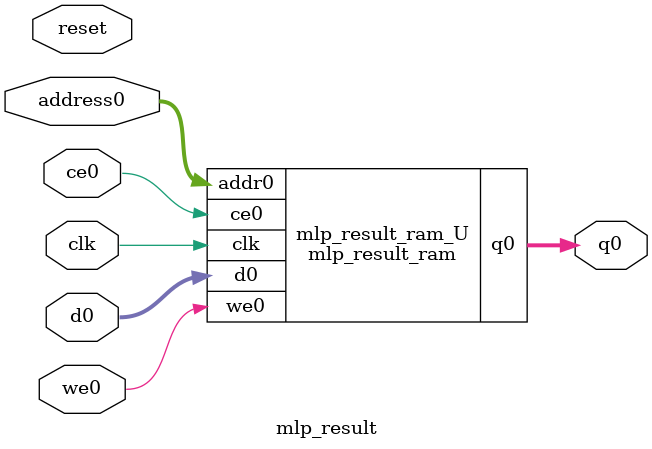
<source format=v>

`timescale 1 ns / 1 ps
module mlp_result_ram (addr0, ce0, d0, we0, q0,  clk);

parameter DWIDTH = 32;
parameter AWIDTH = 5;
parameter MEM_SIZE = 28;

input[AWIDTH-1:0] addr0;
input ce0;
input[DWIDTH-1:0] d0;
input we0;
output reg[DWIDTH-1:0] q0;
input clk;

(* ram_style = "distributed" *)reg [DWIDTH-1:0] ram[0:MEM_SIZE-1];




always @(posedge clk)  
begin 
    if (ce0) 
    begin
        if (we0) 
        begin 
            ram[addr0] <= d0; 
            q0 <= d0;
        end 
        else 
            q0 <= ram[addr0];
    end
end


endmodule


`timescale 1 ns / 1 ps
module mlp_result(
    reset,
    clk,
    address0,
    ce0,
    we0,
    d0,
    q0);

parameter DataWidth = 32'd32;
parameter AddressRange = 32'd28;
parameter AddressWidth = 32'd5;
input reset;
input clk;
input[AddressWidth - 1:0] address0;
input ce0;
input we0;
input[DataWidth - 1:0] d0;
output[DataWidth - 1:0] q0;



mlp_result_ram mlp_result_ram_U(
    .clk( clk ),
    .addr0( address0 ),
    .ce0( ce0 ),
    .d0( d0 ),
    .we0( we0 ),
    .q0( q0 ));

endmodule


</source>
